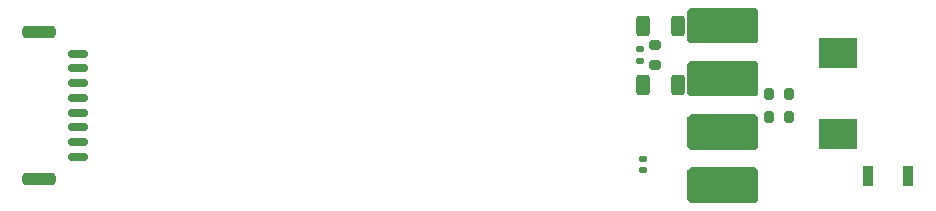
<source format=gts>
%TF.GenerationSoftware,KiCad,Pcbnew,(6.0.5)*%
%TF.CreationDate,2022-06-29T17:31:44+12:00*%
%TF.ProjectId,OpenEFCS_electronics,4f70656e-4546-4435-935f-656c65637472,rev?*%
%TF.SameCoordinates,Original*%
%TF.FileFunction,Soldermask,Top*%
%TF.FilePolarity,Negative*%
%FSLAX46Y46*%
G04 Gerber Fmt 4.6, Leading zero omitted, Abs format (unit mm)*
G04 Created by KiCad (PCBNEW (6.0.5)) date 2022-06-29 17:31:44*
%MOMM*%
%LPD*%
G01*
G04 APERTURE LIST*
G04 Aperture macros list*
%AMRoundRect*
0 Rectangle with rounded corners*
0 $1 Rounding radius*
0 $2 $3 $4 $5 $6 $7 $8 $9 X,Y pos of 4 corners*
0 Add a 4 corners polygon primitive as box body*
4,1,4,$2,$3,$4,$5,$6,$7,$8,$9,$2,$3,0*
0 Add four circle primitives for the rounded corners*
1,1,$1+$1,$2,$3*
1,1,$1+$1,$4,$5*
1,1,$1+$1,$6,$7*
1,1,$1+$1,$8,$9*
0 Add four rect primitives between the rounded corners*
20,1,$1+$1,$2,$3,$4,$5,0*
20,1,$1+$1,$4,$5,$6,$7,0*
20,1,$1+$1,$6,$7,$8,$9,0*
20,1,$1+$1,$8,$9,$2,$3,0*%
G04 Aperture macros list end*
%ADD10RoundRect,0.200000X0.275000X-0.200000X0.275000X0.200000X-0.275000X0.200000X-0.275000X-0.200000X0*%
%ADD11RoundRect,0.200000X0.200000X0.275000X-0.200000X0.275000X-0.200000X-0.275000X0.200000X-0.275000X0*%
%ADD12RoundRect,0.250000X-0.312500X-0.625000X0.312500X-0.625000X0.312500X0.625000X-0.312500X0.625000X0*%
%ADD13RoundRect,0.250000X-0.250000X-0.750000X0.250000X-0.750000X0.250000X0.750000X-0.250000X0.750000X0*%
%ADD14R,3.300000X2.500000*%
%ADD15R,0.900000X1.700000*%
%ADD16RoundRect,0.150000X0.700000X-0.150000X0.700000X0.150000X-0.700000X0.150000X-0.700000X-0.150000X0*%
%ADD17RoundRect,0.250000X1.150000X-0.250000X1.150000X0.250000X-1.150000X0.250000X-1.150000X-0.250000X0*%
%ADD18RoundRect,0.140000X-0.170000X0.140000X-0.170000X-0.140000X0.170000X-0.140000X0.170000X0.140000X0*%
%ADD19RoundRect,0.250000X0.312500X0.625000X-0.312500X0.625000X-0.312500X-0.625000X0.312500X-0.625000X0*%
%ADD20RoundRect,0.135000X0.185000X-0.135000X0.185000X0.135000X-0.185000X0.135000X-0.185000X-0.135000X0*%
G04 APERTURE END LIST*
D10*
%TO.C,TH1*%
X92500000Y-96075000D03*
X92500000Y-94425000D03*
%TD*%
D11*
%TO.C,R13*%
X103825000Y-100500000D03*
X102175000Y-100500000D03*
%TD*%
D12*
%TO.C,TJ2*%
X91537500Y-97750000D03*
X94462500Y-97750000D03*
%TD*%
D13*
%TO.C,J4*%
X100000000Y-101750000D03*
%TD*%
D14*
%TO.C,TVS1*%
X108000000Y-95100000D03*
X108000000Y-101900000D03*
%TD*%
D15*
%TO.C,SW1*%
X113950000Y-105500000D03*
X110550000Y-105500000D03*
%TD*%
D16*
%TO.C,J7*%
X43700000Y-103875000D03*
X43700000Y-102625000D03*
X43700000Y-101375000D03*
X43700000Y-100125000D03*
X43700000Y-98875000D03*
X43700000Y-97625000D03*
X43700000Y-96375000D03*
X43700000Y-95125000D03*
D17*
X40350000Y-105725000D03*
X40350000Y-93275000D03*
%TD*%
D11*
%TO.C,R14*%
X103825000Y-98500000D03*
X102175000Y-98500000D03*
%TD*%
D13*
%TO.C,J2*%
X100000000Y-106250000D03*
%TD*%
%TO.C,J3*%
X100000000Y-97250000D03*
%TD*%
D18*
%TO.C,C18*%
X91500000Y-104020000D03*
X91500000Y-104980000D03*
%TD*%
D19*
%TO.C,TJ1*%
X94462500Y-92750000D03*
X91537500Y-92750000D03*
%TD*%
D13*
%TO.C,J1*%
X100000000Y-92750000D03*
%TD*%
D20*
%TO.C,R17*%
X91250000Y-95760000D03*
X91250000Y-94740000D03*
%TD*%
G36*
X101017183Y-104768907D02*
G01*
X101028996Y-104778996D01*
X101221004Y-104971004D01*
X101248781Y-105025521D01*
X101250000Y-105041008D01*
X101250000Y-107458992D01*
X101231093Y-107517183D01*
X101221004Y-107528996D01*
X101028996Y-107721004D01*
X100974479Y-107748781D01*
X100958992Y-107750000D01*
X95541008Y-107750000D01*
X95482817Y-107731093D01*
X95471004Y-107721004D01*
X95278996Y-107528996D01*
X95251219Y-107474479D01*
X95250000Y-107458992D01*
X95250000Y-105041008D01*
X95268907Y-104982817D01*
X95278996Y-104971004D01*
X95471004Y-104778996D01*
X95525521Y-104751219D01*
X95541008Y-104750000D01*
X100958992Y-104750000D01*
X101017183Y-104768907D01*
G37*
G36*
X101017183Y-95768907D02*
G01*
X101028996Y-95778996D01*
X101221004Y-95971004D01*
X101248781Y-96025521D01*
X101250000Y-96041008D01*
X101250000Y-98458992D01*
X101231093Y-98517183D01*
X101221004Y-98528996D01*
X101028996Y-98721004D01*
X100974479Y-98748781D01*
X100958992Y-98750000D01*
X95541008Y-98750000D01*
X95482817Y-98731093D01*
X95471004Y-98721004D01*
X95278996Y-98528996D01*
X95251219Y-98474479D01*
X95250000Y-98458992D01*
X95250000Y-96041008D01*
X95268907Y-95982817D01*
X95278996Y-95971004D01*
X95471004Y-95778996D01*
X95525521Y-95751219D01*
X95541008Y-95750000D01*
X100958992Y-95750000D01*
X101017183Y-95768907D01*
G37*
G36*
X101017183Y-100268907D02*
G01*
X101028996Y-100278996D01*
X101221004Y-100471004D01*
X101248781Y-100525521D01*
X101250000Y-100541008D01*
X101250000Y-102958992D01*
X101231093Y-103017183D01*
X101221004Y-103028996D01*
X101028996Y-103221004D01*
X100974479Y-103248781D01*
X100958992Y-103250000D01*
X95541008Y-103250000D01*
X95482817Y-103231093D01*
X95471004Y-103221004D01*
X95278996Y-103028996D01*
X95251219Y-102974479D01*
X95250000Y-102958992D01*
X95250000Y-100541008D01*
X95268907Y-100482817D01*
X95278996Y-100471004D01*
X95471004Y-100278996D01*
X95525521Y-100251219D01*
X95541008Y-100250000D01*
X100958992Y-100250000D01*
X101017183Y-100268907D01*
G37*
G36*
X101017183Y-91268907D02*
G01*
X101028996Y-91278996D01*
X101221004Y-91471004D01*
X101248781Y-91525521D01*
X101250000Y-91541008D01*
X101250000Y-93958992D01*
X101231093Y-94017183D01*
X101221004Y-94028996D01*
X101028996Y-94221004D01*
X100974479Y-94248781D01*
X100958992Y-94250000D01*
X95541008Y-94250000D01*
X95482817Y-94231093D01*
X95471004Y-94221004D01*
X95278996Y-94028996D01*
X95251219Y-93974479D01*
X95250000Y-93958992D01*
X95250000Y-91541008D01*
X95268907Y-91482817D01*
X95278996Y-91471004D01*
X95471004Y-91278996D01*
X95525521Y-91251219D01*
X95541008Y-91250000D01*
X100958992Y-91250000D01*
X101017183Y-91268907D01*
G37*
M02*

</source>
